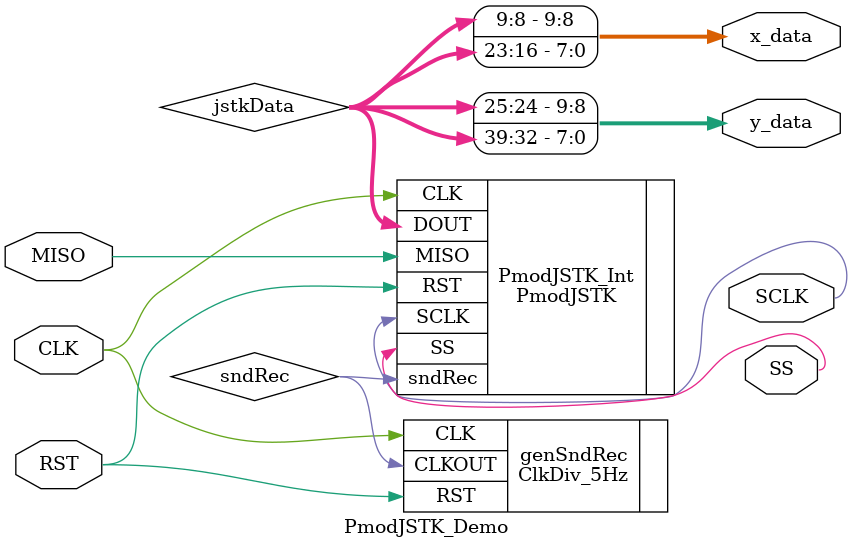
<source format=v>
`timescale 1ns / 1ps


// ============================================================================== 
// 										  Define Module
// ==============================================================================
module PmodJSTK_Demo(
    CLK,
    RST,
    MISO,
    SS,
    SCLK,
	 x_data,
	 y_data
    );

	// ===========================================================================
	// 										Port Declarations
	// ===========================================================================
			input CLK;					// 100Mhz onboard clock
			input RST;					// Button D
			input MISO;					// Master In Slave Out, Pin 3, Port JA
			output SS;					// Slave Select, Pin 1, Port JA
			output SCLK;				// Serial Clock, Pin 4, Port JA
			output [9:0] x_data;
			output [9:0] y_data;

	// ===========================================================================
	// 							  Parameters, Regsiters, and Wires
	// ===========================================================================
			wire SCLK;					// Serial clock that controls communication

			// Signal to send/receive data to/from PmodJSTK
			wire sndRec;

			// Data read from PmodJSTK
			wire [39:0] jstkData;

	
	// ===========================================================================
	// 										Implementation
	// ===========================================================================


			//-----------------------------------------------
			//  	  			PmodJSTK Interface
			//-----------------------------------------------
			PmodJSTK PmodJSTK_Int(
					.CLK(CLK),
					.RST(RST),
					.sndRec(sndRec),
					.MISO(MISO),
					.SS(SS),
					.SCLK(SCLK),
					.DOUT(jstkData)
			);
			


	
			

			//-----------------------------------------------
			//  			 Send Receive Generator
			//-----------------------------------------------
			ClkDiv_5Hz genSndRec(
					.CLK(CLK),
					.RST(RST),
					.CLKOUT(sndRec)
			);
			

			
			// store position of x
			assign x_data = {jstkData[9:8],jstkData[23:16]};
			
			// store position of y
			assign y_data = {jstkData[25:24],jstkData[39:32]};


endmodule

</source>
